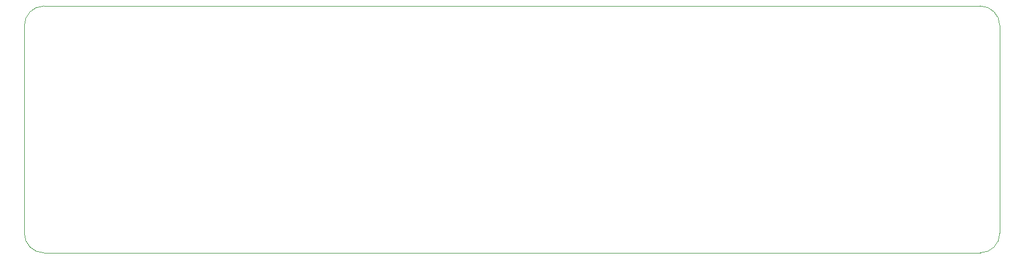
<source format=gbr>
%TF.GenerationSoftware,KiCad,Pcbnew,(6.0.1-0)*%
%TF.CreationDate,2022-01-19T18:39:33+01:00*%
%TF.ProjectId,modelh,6d6f6465-6c68-42e6-9b69-6361645f7063,v0.1*%
%TF.SameCoordinates,PX3dc4fd0PY2cd02b0*%
%TF.FileFunction,Profile,NP*%
%FSLAX46Y46*%
G04 Gerber Fmt 4.6, Leading zero omitted, Abs format (unit mm)*
G04 Created by KiCad (PCBNEW (6.0.1-0)) date 2022-01-19 18:39:33*
%MOMM*%
%LPD*%
G01*
G04 APERTURE LIST*
%TA.AperFunction,Profile*%
%ADD10C,0.001000*%
%TD*%
G04 APERTURE END LIST*
D10*
X64770000Y-81990000D02*
X64770000Y-49990000D01*
X211770000Y-84990000D02*
X67770000Y-84990000D01*
X67770000Y-46990000D02*
X211770000Y-46990000D01*
X67770000Y-46990000D02*
G75*
G03*
X64770000Y-49990000I1J-3000001D01*
G01*
X214770000Y-49990000D02*
G75*
G03*
X211770000Y-46990000I-3000001J-1D01*
G01*
X211770000Y-84990000D02*
G75*
G03*
X214770000Y-81990000I-1J3000001D01*
G01*
X64770000Y-81990000D02*
G75*
G03*
X67770000Y-84990000I3000001J1D01*
G01*
X214770000Y-49990000D02*
X214770000Y-81990000D01*
M02*

</source>
